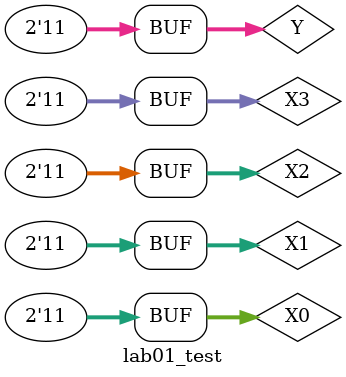
<source format=v>
`timescale 1ns / 1ps

`timescale 10ns / 1ps
module lab01_test(
    );
reg [1:0] X0;
reg [1:0] X1;
reg [1:0] X2;
reg [1:0] X3;
reg [1:0] Y;
wire [1:0] F;

lab01 i1(
        .X0(X0),
        .X1(X1),
        .X2(X2),
        .X3(X3),
        .Y(Y),
        .F(F)
);
initial
begin
    Y = 2'b00; X0 = 2'b00; #10;
               X0 = 2'b01; #10;
               X0 = 2'b10; #10;
               X0 = 2'b11; #10;
    Y = 2'b01; X1 = 2'b00; #10;
               X1 = 2'b01; #10;
               X1 = 2'b10; #10;
               X1 = 2'b11; #10;
    Y = 2'b10; X2 = 2'b00; #10;
               X2 = 2'b01; #10;
               X2 = 2'b10; #10;
               X2 = 2'b11; #10;
    Y = 2'b11; X3 = 2'b00; #10;
               X3 = 2'b01; #10;
               X3 = 2'b10; #10;
               X3 = 2'b11; #10;
end
endmodule

</source>
